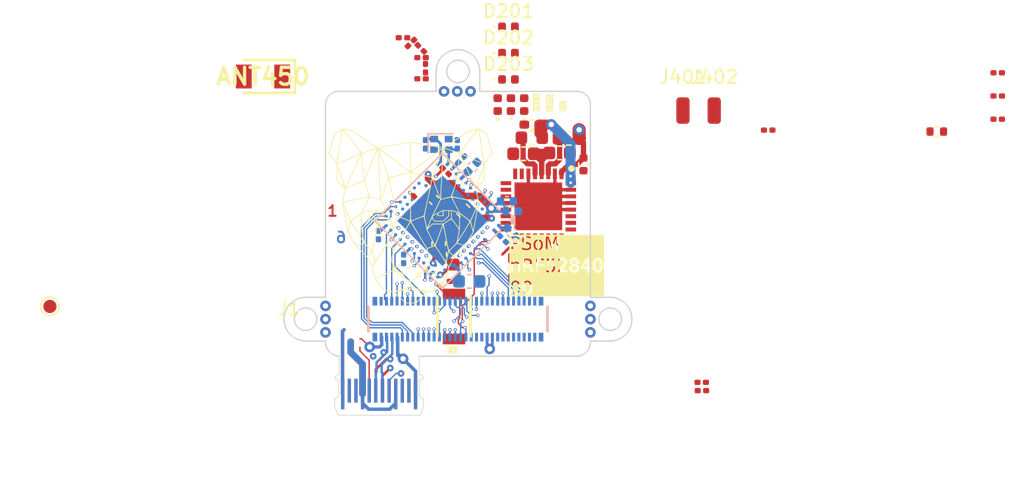
<source format=kicad_pcb>
(kicad_pcb (version 20240108) (generator "pcbnew") (generator_version "8.0")
  (layers (0 "F.Cu" signal) (1 "In1.Cu" power) (2 "In2.Cu" mixed) (3 "In3.Cu" mixed) (4 "In4.Cu" power) (31 "B.Cu" signal) (34 "B.Paste" user) (35 "F.Paste" user) (36 "B.SilkS" user "B.Silkscreen") (37 "F.SilkS" user "F.Silkscreen") (38 "B.Mask" user) (39 "F.Mask" user) (44 "Edge.Cuts" user))
  (net 0 "")
  (net 1 "GND")
  (net 2 "VBUS")
  (net 3 "+3V3")
  (net 4 "SPI6")
  (net 5 "/200_1S_Charger/BQ_PGOOD")
  (net 6 "/200_1S_Charger/LED_PG")
  (net 7 "/200_1S_Charger/BQ_CHG")
  (net 8 "/200_1S_Charger/LED_CHG")
  (net 9 "/100_Connectors/CC1")
  (net 10 "/100_Connectors/D+")
  (net 11 "/100_Connectors/D-")
  (net 12 "/100_Connectors/CC2")
  (net 13 "P21")
  (net 14 "P29")
  (net 15 "P38")
  (net 16 "IO1")
  (net 17 "SPI0")
  (net 18 "P35")
  (net 19 "SPI1")
  (net 20 "P27")
  (net 21 "SPI2")
  (net 22 "P9")
  (net 23 "P11")
  (net 24 "SPI4")
  (net 25 "P37")
  (net 26 "SPI5")
  (net 27 "P39")
  (net 28 "SPI7")
  (net 29 "P13")
  (net 30 "/100_Connectors/BATTERY_TEMP")
  (net 31 "P19")
  (net 32 "P7")
  (net 33 "P46")
  (net 35 "P23")
  (net 36 "P5")
  (net 37 "P31")
  (net 38 "P34")
  (net 39 "P52")
  (net 40 "P40")
  (net 41 "P25")
  (net 42 "P44")
  (net 43 "P32")
  (net 44 "P42")
  (net 45 "P17")
  (net 46 "P36")
  (net 47 "P30")
  (net 48 "P33")
  (net 49 "P15")
  (net 50 "/400-nRF52840/ANT_OUT")
  (net 51 "/400-nRF52840/LNA_IN")
  (net 52 "/400-nRF52840/ANT_IN")
  (net 53 "/400-nRF52840/ANT_MATCH")
  (net 54 "/400-nRF52840/NFC1")
  (net 55 "/400-nRF52840/LED_NET")
  (net 56 "/100_Connectors/VBAT")
  (net 57 "/100_Connectors/VSYS")
  (net 58 "/100_Connectors/RST")
  (net 60 "/200_1S_Charger/SW1")
  (net 63 "/200_1S_Charger/SW2")
  (net 66 "/200_1S_Charger/LED1")
  (net 67 "/200_1S_Charger/VSET1")
  (net 68 "/200_1S_Charger/SDA")
  (net 69 "/200_1S_Charger/VBUS_OUT")
  (net 71 "/200_1S_Charger/LED0")
  (net 72 "/200_1S_Charger/VSET2")
  (net 73 "/200_1S_Charger/SCL")
  (net 74 "/200_1S_Charger/SHIP")
  (net 75 "/200_1S_Charger/LED2")
  (net 77 "/400-nRF52840/NFC2")
  (net 84 "/400-nRF52840/DEC4_6")
  (net 86 "/400-nRF52840/XC2")
  (net 88 "/100_Connectors/SWDCLK")
  (net 89 "/400-nRF52840/DECUSB")
  (net 90 "/400-nRF52840/DEC2")
  (net 92 "/400-nRF52840/XC1")
  (net 93 "/400-nRF52840/DEC1")
  (net 95 "/400-nRF52840/DEC5")
  (net 97 "/400-nRF52840/DEC3")
  (net 99 "/400-nRF52840/DCC")
  (net 100 "/100_Connectors/SWDIO")
  (net 101 "/200_1S_Charger/3V3_nRF")
  (net 104 "/400-nRF52840/DCC_DEC4")
  (footprint "Capacitor_SMD:C_0201_0603Metric" (layer "F.Cu") (at 132.9 97.15 -45)
    (property "Reference" "C409" (hide yes))
    (property "Value" "820p")
  )
  (footprint "Resistor_SMD:R_0201_0603Metric" (layer "F.Cu") (at 154.405 110.97 180)
    (property "Reference" "R204" (hide yes))
    (property "Value" "470k")
  )
  (footprint "Inductor_SMD:L_0201_0603Metric" (layer "F.Cu") (at 133.55 87.25 -90)
    (property "Reference" "L401" (hide yes))
    (property "Value" "4n7")
  )
  (footprint "LED_SMD:LED_0402_1005Metric" (layer "F.Cu") (at 139.815 86.11)
    (property "Reference" "D202")
    (property "Value" "LED")
  )
  (footprint "Capacitor_SMD:C_0603_1608Metric" (layer "F.Cu") (at 141.4775 102.36 -90)
    (property "Reference" "C204" (hide yes))
    (property "Value" "10u")
  )
  (footprint "Connector_Wire:SolderWirePad_1x01_SMD_1x2mm" (layer "F.Cu") (at 152.99 90.45)
    (property "Reference" "J401")
    (property "Value" "Conn_01x01_Pin")
  )
  (footprint "Inductor_SMD:L_0201_0603Metric" (layer "F.Cu") (at 131.85 84.95)
    (property "Reference" "L451" (hide yes))
    (property "Value" "3n9")
  )
  (footprint "Capacitor_SMD:C_0603_1608Metric" (layer "F.Cu") (at 134.55 100.5 90)
    (property "Reference" "C420" (hide yes))
    (property "Value" "4u7")
  )
  (footprint "Capacitor_SMD:C_0402_1005Metric_Pad0.74x0.62mm_HandSolder" (layer "F.Cu") (at 141.5775 91.51 180)
    (property "Reference" "C208" (hide yes))
    (property "Value" "10u")
  )
  (footprint "Inductor_SMD:L_0603_1608Metric" (layer "F.Cu") (at 144.3775 92.55 180)
    (property "Reference" "L201" (hide yes))
    (property "Value" "2u2")
  )
  (footprint "Capacitor_SMD:C_0201_0603Metric" (layer "F.Cu") (at 159.425 91.925)
    (property "Reference" "C461" (hide yes))
    (property "Value" "100n")
  )
  (footprint "Capacitor_SMD:C_0201_0603Metric" (layer "F.Cu") (at 133.2 85.75 -45)
    (property "Reference" "C451" (hide yes))
    (property "Value" "1p")
  )
  (footprint "Component_lib:NPM1300-QEAA-R" (layer "F.Cu") (at 142.069566 97.679527 -90)
    (property "Reference" "U201" (hide yes))
    (property "Value" "NPM1300-QEAA-R" (hide yes))
  )
  (footprint "LED_SMD:LED_0402_1005Metric" (layer "F.Cu") (at 141 90 90)
    (property "Reference" "D201" (hide yes))
    (property "Value" "LED")
  )
  (footprint "Resistor_SMD:R_0201_0603Metric" (layer "F.Cu") (at 176.755 89.35)
    (property "Reference" "R101" (hide yes))
    (property "Value" "220k")
  )
  (footprint "Capacitor_SMD:C_0603_1608Metric" (layer "F.Cu") (at 135.65 101.3 90)
    (property "Reference" "C421" (hide yes))
    (property "Value" "4u7")
  )
  (footprint "Component_lib:ANTC3216X140N" (layer "F.Cu") (at 121.28 87.88 180)
    (property "Reference" "ANT450")
    (property "Value" "2450AT18A100E" (hide yes))
  )
  (footprint "Connector_Wire:SolderWirePad_1x01_SMD_1x2mm" (layer "F.Cu") (at 155.35 90.45)
    (property "Reference" "J402")
    (property "Value" "Conn_01x01_Pin")
  )
  (footprint "Resistor_SMD:R_0402_1005Metric" (layer "F.Cu") (at 172.155 92.035)
    (property "Reference" "R462" (hide yes))
    (property "Value" "2k")
  )
  (footprint "TestPoint:TestPoint_Pad_D1.0mm" (layer "F.Cu") (at 105.19 105.24)
    (property "Reference" "SHIPHLD1" (hide yes))
    (property "Value" "TestPoint")
  )
  (footprint "Resistor_SMD:R_0201_0603Metric" (layer "F.Cu") (at 176.755 91.1)
    (property "Reference" "R102" (hide yes))
    (property "Value" "470k")
  )
  (footprint "Capacitor_SMD:C_0402_1005Metric" (layer "F.Cu") (at 145.4775 94.51 -90)
    (property "Reference" "C207" (hide yes))
    (property "Value" "10u")
  )
  (footprint "Component_lib:usb-c-pcb" (layer "F.Cu") (at 130.05 109 180)
    (property "Reference" "J1")
    (property "Value" "Bare PCB USB C")
    (fp_line (start 3.35 -3.85) (end 3.35 -3.2) (stroke (width 0.05)) (layer "Edge.Cuts"))
    (fp_line (start 3.1 -4.45) (end 3.35 -3.85) (stroke (width 0.05)) (layer "Edge.Cuts"))
    (fp_line (start 3.04 -2.9) (end 3.04 -2) (stroke (width 0.05)) (layer "Edge.Cuts"))
    (fp_line (start 3.02 -1.38) (end 3.019999 0) (stroke (width 0.05)) (layer "Edge.Cuts"))
    (fp_line (start -3.02 -1.38) (end -3.019999 0) (stroke (width 0.05)) (layer "Edge.Cuts"))
    (fp_line (start -3.04 -2.9) (end -3.04 -2) (stroke (width 0.05)) (layer "Edge.Cuts"))
    (fp_line (start -3.11 -4.45) (end 3.1 -4.45) (stroke (width 0.05)) (layer "Edge.Cuts"))
    (fp_line (start -3.11 -4.45) (end -3.34 -3.85) (stroke (width 0.05)) (layer "Edge.Cuts"))
    (fp_line (start -3.34 -3.85) (end -3.34 -3.2) (stroke (width 0.05)) (layer "Edge.Cuts"))
    (fp_arc (start 3.34 -1.7) (mid 3.127868 -1.787868) (end 3.04 -2) (stroke (width 0.05)) (layer "Edge.Cuts"))
    (fp_arc (start 3.34 -1.7) (mid 3.246274 -1.473726) (end 3.02 -1.38) (stroke (width 0.05)) (layer "Edge.Cuts"))
    (fp_arc (start 3.04 -2.9) (mid 3.131405 -3.115717) (end 3.35 -3.2) (stroke (width 0.05)) (layer "Edge.Cuts"))
    (fp_arc (start -3.02 -1.38) (mid -3.246274 -1.473726) (end -3.34 -1.7) (stroke (width 0.05)) (layer "Edge.Cuts"))
    (fp_arc (start -3.04 -2) (mid -3.127868 -1.787868) (end -3.34 -1.7) (stroke (width 0.05)) (layer "Edge.Cuts"))
    (fp_arc (start -3.34 -3.2) (mid -3.127868 -3.112132) (end -3.04 -2.9) (stroke (width 0.05)) (layer "Edge.Cuts"))
  )
  (footprint "Capacitor_SMD:C_0402_1005Metric" (layer "F.Cu") (at 142.5775 102.01 90)
    (property "Reference" "C201" (hide yes))
    (property "Value" "1u")
  )
  (footprint "Capacitor_SMD:C_0402_1005Metric" (layer "F.Cu") (at 143.3775 102.01 -90)
    (property "Reference" "C205" (hide yes))
    (property "Value" "1u")
  )
  (footprint "Component_lib:B3U-1000P" (layer "F.Cu") (at 135.7 105.999999 90)
    (property "Reference" "SW461" (hide yes))
    (property "Value" "SW_Push" (hide yes))
  )
  (footprint "LED_SMD:LED_0402_1005Metric" (layer "F.Cu") (at 139.815 88.1)
    (property "Reference" "D203")
    (property "Value" "LED")
  )
  (footprint "Capacitor_SMD:C_0402_1005Metric" (layer "F.Cu") (at 134.2 97.2 -45)
    (property "Reference" "C410" (hide yes))
    (property "Value" "nc")
  )
  (footprint "Capacitor_SMD:C_0201_0603Metric" (layer "F.Cu") (at 133.25 88.05 180)
    (property "Reference" "C403" (hide yes))
    (property "Value" "0p8")
  )
  (footprint "Capacitor_SMD:C_0603_1608Metric" (layer "F.Cu") (at 140.26 102.36 -90)
    (property "Reference" "C206" (hide yes))
    (property "Value" "2u2")
  )
  (footprint "Component_lib:puma_logo_14mm" (layer "F.Cu") (at 132.4 98.4)
    (property "Reference" "G***" (hide yes))
    (property "Value" "LOGO" (hide yes))
  )
  (footprint "Capacitor_SMD:C_0201_0603Metric" (layer "F.Cu") (at 135.07 95.01 -45)
    (property "Reference" "C411" (hide yes))
    (property "Value" "100p")
  )
  (footprint "Inductor_SMD:L_0603_1608Metric" (layer "F.Cu") (at 141.5775 92.5 180)
    (property "Reference" "L202" (hide yes))
    (property "Value" "2u2")
  )
  (footprint "Capacitor_SMD:C_0201_0603Metric" (layer "F.Cu") (at 133.25 86.45 180)
    (property "Reference" "C404" (hide yes))
    (property "Value" "0p5")
  )
  (footprint "Capacitor_SMD:C_0603_1608Metric" (layer "F.Cu") (at 143.6775 93.65)
    (property "Reference" "C202" (hide yes))
    (property "Value" "10u")
  )
  (footprint "Inductor_SMD:L_0201_0603Metric" (layer "F.Cu") (at 132.45 85.35 -135)
    (property "Reference" "L452" (hide yes))
    (property "Value" "2n7")
  )
  (footprint "Resistor_SMD:R_0201_0603Metric" (layer "F.Cu") (at 154.420938 111.595938 180)
    (property "Reference" "R203" (hide yes))
    (property "Value" "47k")
  )
  (footprint "LED_SMD:LED_0402_1005Metric" (layer "F.Cu") (at 140 90 90)
    (property "Reference" "D202" (hide yes))
    (property "Value" "LED")
  )
  (footprint "Capacitor_SMD:C_0603_1608Metric" (layer "F.Cu") (at 140.9525 93.71 180)
    (property "Reference" "C203" (hide yes))
    (property "Value" "10u")
  )
  (footprint "Resistor_SMD:R_0201_0603Metric" (layer "F.Cu") (at 135.7 103.35)
    (property "Reference" "R461" (hide yes))
    (property "Value" "10k")
  )
  (footprint "LED_SMD:LED_0402_1005Metric" (layer "F.Cu") (at 139.815 84.12)
    (property "Reference" "D201")
    (property "Value" "LED")
  )
  (footprint "Capacitor_SMD:C_0201_0603Metric" (layer "F.Cu") (at 176.755 87.6)
    (property "Reference" "C101" (hide yes))
    (property "Value" "100n")
  )
  (footprint "Inductor_SMD:L_0603_1608Metric" (layer "F.Cu") (at 136.4 98 135)
    (property "Reference" "L402" (hide yes))
    (property "Value" "10u")
  )
  (footprint "Inductor_SMD:L_0402_1005Metric" (layer "F.Cu") (at 134.8 96.4 135)
    (property "Reference" "L403" (hide yes))
    (property "Value" "15n")
  )
  (footprint "LED_SMD:LED_0402_1005Metric" (layer "F.Cu") (at 139 90 90)
    (property "Reference" "D461" (hide yes))
    (property "Value" "LED")
  )
  (footprint "Capacitor_SMD:C_0201_0603Metric" (layer "B.Cu") (at 130 99.85 -90)
    (property "Reference" "C408" (hide yes))
    (property "Value" "100n")
  )
  (footprint "Component_lib:830108161301_1.6x1.2mm" (layer "B.Cu") (at 134.75 93 -90)
    (property "Reference" "Y401" (hide yes))
    (property "Value" "830108161301")
  )
  (footprint "Capacitor_SMD:C_0402_1005Metric" (layer "B.Cu") (at 140.1 98.05)
    (property "Reference" "C415" (hide yes))
    (property "Value" "1u")
  )
  (footprint "Capacitor_SMD:C_0402_1005Metric" (layer "B.Cu") (at 140.05 99.65 -45)
    (property "Reference" "C414" (hide yes))
    (property "Value" "1u")
  )
  (footprint "Capacitor_SMD:C_0201_0603Metric" (layer "B.Cu") (at 131.9 101.65 -90)
    (property "Reference" "C407" (hide yes))
    (property "Value" "100n")
  )
  (footprint "Capacitor_SMD:C_0402_1005Metric" (layer "B.Cu") (at 137.1 94.7 45)
    (property "Reference" "C413" (hide yes))
    (property "Value" "nc")
  )
  (footprint "Capacitor_SMD:C_0402_1005Metric" (layer "B.Cu") (at 139.7 97.3)
    (property "Reference" "C416" (hide yes))
    (property "Value" "47n")
  )
  (footprint "Component_lib:Nordic_AQFN-73-1EP_7x7mm_P0.5mm" (layer "B.Cu") (at 134.828427 98.768502 135)
    (property "Reference" "U401" (hide yes))
    (property "Value" "nRF52840-QIAA-aQFN73")
  )
  (footprint "Capacitor_SMD:C_0201_0603Metric" (layer "B.Cu") (at 139.4 100.15 -45)
    (property "Reference" "C405" (hide yes))
    (property "Value" "100n")
  )
  (footprint "Component_lib:DF40C-60DP-0.4V(51)" (layer "B.Cu") (at 136 106.2 180)
    (property "Reference" "J101" (hide yes))
    (property "Value" "DF40C-60DP-0.4V(51)" (hide yes))
  )
  (footprint "Capacitor_SMD:C_0201_0603Metric" (layer "B.Cu") (at 133.55 93 -90)
    (property "Reference" "C401" (hide yes))
    (property "Value" "12p")
  )
  (footprint "Capacitor_SMD:C_0201_0603Metric" (layer "B.Cu") (at 136.25 94.15 45)
    (property "Reference" "C412" (hide yes))
    (property "Value" "100n")
  )
  (footprint "Capacitor_SMD:C_0603_1608Metric" (layer "B.Cu") (at 136.85 103.35)
    (property "Reference" "C406" (hide yes))
    (property "Value" "4u7")
  )
  (footprint "Capacitor_SMD:C_0201_0603Metric" (layer "B.Cu") (at 135.95 93 90)
    (property "Reference" "C402" (hide yes))
    (property "Value" "12p")
  )
  (gr_line (start 145 89) (end 137.65 89) (stroke (width 0.1)) (layer "Edge.Cuts"))
  (gr_line (start 124.5 104.55) (end 126 104.55) (stroke (width 0.1)) (layer "Edge.Cuts"))
  (gr_arc (start 145 89) (mid 145.707106 89.292893) (end 146 90) (stroke (width 0.1)) (layer "Edge.Cuts"))
  (gr_arc (start 134.35 87.5) (mid 136 85.85) (end 137.65 87.5) (stroke (width 0.1)) (layer "Edge.Cuts"))
  (gr_arc (start 124.5 107.85) (mid 122.85 106.2) (end 124.5 104.55) (stroke (width 0.1)) (layer "Edge.Cuts"))
  (gr_arc (start 146 107.85) (mid 145.738173 108.632107) (end 145 109) (stroke (width 0.1)) (layer "Edge.Cuts"))
  (gr_circle (center 124.5 106.2) (end 125.35 106.2) (stroke (width 0.1)) (fill none) (layer "Edge.Cuts"))
  (gr_line (start 147.5 104.55) (end 146 104.55) (stroke (width 0.1)) (layer "Edge.Cuts"))
  (gr_line (start 134.35 89) (end 127 89) (stroke (width 0.1)) (layer "Edge.Cuts"))
  (gr_circle (center 147.5 106.2) (end 148.35 106.2) (stroke (width 0.1)) (fill none) (layer "Edge.Cuts"))
  (gr_line (start 146 90) (end 146 104.55) (stroke (width 0.1)) (layer "Edge.Cuts"))
  (gr_line (start 126 104.55) (end 126 90) (stroke (width 0.1)) (layer "Edge.Cuts"))
  (gr_line (start 134.35 87.5) (end 134.35 89) (stroke (width 0.1)) (layer "Edge.Cuts"))
  (gr_line (start 146 107.85) (end 147.5 107.85) (stroke (width 0.1)) (layer "Edge.Cuts"))
  (gr_circle (center 136 87.5) (end 136.85 87.5) (stroke (width 0.1)) (fill none) (layer "Edge.Cuts"))
  (gr_arc (start 127.026853 109) (mid 126.275244 108.637676) (end 126 107.85) (stroke (width 0.1)) (layer "Edge.Cuts"))
  (gr_line (start 145 109) (end 133.066853 109) (stroke (width 0.1)) (layer "Edge.Cuts"))
  (gr_line (start 137.65 87.5) (end 137.65 89) (stroke (width 0.1)) (layer "Edge.Cuts"))
  (gr_arc (start 126 90) (mid 126.292893 89.292894) (end 127 89) (stroke (width 0.1)) (layer "Edge.Cuts"))
  (gr_line (start 124.5 107.85) (end 126 107.85) (stroke (width 0.1)) (layer "Edge.Cuts"))
  (gr_arc (start 147.5 104.55) (mid 149.15 106.2) (end 147.5 107.85) (stroke (width 0.1)) (layer "Edge.Cuts"))
  (gr_text "1" (at 126.05 98.5 0) (layer "F.Cu") (effects (font (size 0.8 0.8) (thickness 0.15) (bold yes)) (justify left bottom)))
  (gr_text "6" (at 127.65 100.5 0) (layer "B.Cu") (effects (font (size 0.8 0.8) (thickness 0.15) (bold yes)) (justify left bottom mirror)))
  (gr_text "EN" (at 135.2 108.8 0) (layer "F.SilkS" knockout) (effects (font (size 0.4 0.4) (thickness 0.1)) (justify left bottom)))
  (gr_text "CHG" (at 143.2 90.5 90) (layer "F.SilkS" knockout) (effects (font (size 0.4 0.4) (thickness 0.1)) (justify left bottom)))
  (gr_text "IO15" (at 142.2 90.5 90) (layer "F.SilkS" knockout) (effects (font (size 0.4 0.4) (thickness 0.1)) (justify left bottom)))
  (gr_text "PSoM\nnRF52840\n00" (at 139.9 104.5 0) (layer "F.SilkS" knockout) (effects (font (size 1 1)) (justify left bottom)))
  (gr_text "PG " (at 144.2 90.5 90) (layer "F.SilkS" knockout) (effects (font (size 0.4 0.4) (thickness 0.1)) (justify left bottom)))
  (segment (start 141.319566 95.229526) (end 141.319566 96.929527) (width 0.25) (layer "F.Cu") (net 1))
  (segment (start 143.319566 96.429527) (end 142.069566 97.679527) (width 0.25) (layer "F.Cu") (net 1))
  (segment (start 142.319566 97.429527) (end 142.069566 97.679527) (width 0.25) (layer "F.Cu") (net 1))
  (segment (start 141.319566 96.929527) (end 142.069566 97.679527) (width 0.25) (layer "F.Cu") (net 1))
  (segment (start 144.519566 97.929527) (end 142.319566 97.929527) (width 0.25) (layer "F.Cu") (net 1))
  (segment (start 132.796853 111.85) (end 132.796853 110.132157) (width 0.25) (layer "F.Cu") (net 1))
  (segment (start 128.6 107.68) (end 128.716876 107.68) (width 0.1) (layer "F.Cu") (net 1))
  (segment (start 142.819566 96.929527) (end 142.069566 97.679527) (width 0.25) (layer "F.Cu") (net 1))
  (segment (start 132.796853 110.132157) (end 131.856298 109.191602) (width 0.25) (layer "F.Cu") (net 1))
  (segment (start 144.519567 96.929527) (end 142.819566 96.929527) (width 0.25) (layer "F.Cu") (net 1))
  (segment (start 144.519566 96.429527) (end 143.319566 96.429527) (width 0.25) (layer "F.Cu") (net 1))
  (segment (start 127.285 107.115) (end 127.4 107) (width 0.25) (layer "F.Cu") (net 1))
  (segment (start 143.319566 95.229527) (end 143.319566 96.429527) (width 0.25) (layer "F.Cu") (net 1))
  (segment (start 144.519566 97.429527) (end 142.319566 97.429527) (width 0.25) (layer "F.Cu") (net 1))
  (segment (start 128.716876 107.68) (end 129.336223 108.299347) (width 0.1) (layer "F.Cu") (net 1))
  (segment (start 127.285 111.838147) (end 127.285 107.115) (width 0.25) (layer "F.Cu") (net 1))
  (segment (start 127.296853 111.85) (end 127.285 111.838147) (width 0.25) (layer "F.Cu") (net 1))
  (segment (start 142.319566 97.929527) (end 142.069566 97.679527) (width 0.25) (layer "F.Cu") (net 1))
  (via (at 146 107.2) (size 0.8) (drill 0.4) (layers "F.Cu" "B.Cu") (net 1))
  (via (at 146 105.2) (size 0.8) (drill 0.4) (layers "F.Cu" "B.Cu") (net 1))
  (via (at 134.95 89) (size 0.8) (drill 0.4) (layers "F.Cu" "B.Cu") (net 1))
  (via (at 131.856298 109.191602) (size 0.8) (drill 0.4) (layers "F.Cu" "B.Cu") (net 1))
  (via (at 146 106.2) (size 0.8) (drill 0.4) (layers "F.Cu" "B.Cu") (net 1))
  (via (at 126 105.2) (size 0.8) (drill 0.4) (layers "F.Cu" "B.Cu") (net 1))
  (via (at 126 106.200001) (size 0.8) (drill 0.4) (layers "F.Cu" "B.Cu") (net 1))
  (via (at 129.336223 108.299347) (size 0.8) (drill 0.4) (layers "F.Cu" "B.Cu") (net 1))
  (via (at 126 107.2) (size 0.8) (drill 0.4) (layers "F.Cu" "B.Cu") (net 1))
  (via (at 136.95 89) (size 0.8) (drill 0.4) (layers "F.Cu" "B.Cu") (net 1))
  (via (at 135.95 89) (size 0.8) (drill 0.4) (layers "F.Cu" "B.Cu") (net 1))
  (segment (start 131.446853 107.555) (end 131.446853 108.782157) (width 0.25) (layer "B.Cu") (net 1))
  (segment (start 132.796853 110.132157) (end 131.856298 109.191602) (width 0.25) (layer "B.Cu") (net 1))
  (segment (start 130.246853 107.555) (end 130.246853 108.135) (width 0.25) (layer "B.Cu") (net 1))
  (segment (start 131.446853 107.555) (end 131.446853 108.931139) (width 0.25) (layer "B.Cu") (net 1))
  (segment (start 127.285 107.115) (end 127.4 107) (width 0.25) (layer "B.Cu") (net 1))
  (segment (start 130.246853 108.135) (end 130.082506 108.299347) (width 0.25) (layer "B.Cu") (net 1))
  (segment (start 130.082506 108.299347) (end 129.336223 108.299347) (width 0.25) (layer "B.Cu") (net 1))
  (segment (start 127.296853 111.85) (end 127.285 111.838147) (width 0.25) (layer "B.Cu") (net 1))
  (segment (start 131.446853 108.931139) (end 131.76787 109.252156) (width 0.25) (layer "B.Cu") (net 1))
  (segment (start 132.796853 111.85) (end 132.796853 110.132157) (width 0.25) (layer "B.Cu") (net 1))
  (segment (start 130.246853 108.135) (end 130.231592 108.150261) (width 0.25) (layer "B.Cu") (net 1))
  (segment (start 131.446853 108.782157) (end 131.856298 109.191602) (width 0.25) (layer "B.Cu") (net 1))
  (segment (start 127.285 111.838147) (end 127.285 107.115) (width 0.25) (layer "B.Cu") (net 1))
  (segment (start 128.796853 111.85) (end 128.796853 109.596853) (width 0.5) (layer "F.Cu") (net 2))
  (segment (start 142.319566 100.129527) (end 142.319566 101.272066) (width 0.4) (layer "F.Cu") (net 2))
  (segment (start 128.796853 112.505) (end 129.291853 113) (width 0.2) (layer "F.Cu") (net 2))
  (segment (start 131.296853 112.505) (end 131.296853 111.85) (width 0.2) (layer "F.Cu") (net 2))
  (segment (start 129.291853 113) (end 130.801853 113) (width 0.2) (layer "F.Cu") (net 2))
  (segment (start 127.9 108.7) (end 127.9 107.9) (width 0.5) (layer "F.Cu") (net 2))
  (segment (start 142.319566 101.272066) (end 142.5775 101.53) (width 0.4) (layer "F.Cu") (net 2))
  (segment (start 128.796853 111.85) (end 128.796853 112.505) (width 0.2) (layer "F.Cu") (net 2))
  (segment (start 128.796853 109.596853) (end 127.9 108.7) (width 0.5) (layer "F.Cu") (net 2))
  (segment (start 130.801853 113) (end 131.296853 112.505) (width 0.2) (layer "F.Cu") (net 2))
  (segment (start 131.296853 112.555) (end 130.851853 113) (width 0.25) (layer "B.Cu") (net 2))
  (segment (start 128.796853 112.555) (end 128.796853 111.85) (width 0.25) (layer "B.Cu") (net 2))
  (segment (start 127.9 108.7) (end 127.9 107.9) (width 0.5) (layer "B.Cu") (net 2))
  (segment (start 130.851853 113) (end 129.241853 113) (width 0.25) (layer "B.Cu") (net 2))
  (segment (start 129.241853 113) (end 128.796853 112.555) (width 0.25) (layer "B.Cu") (net 2))
  (segment (start 128.796853 111.85) (end 128.796853 109.596853) (width 0.5) (layer "B.Cu") (net 2))
  (segment (start 128.796853 109.596853) (end 127.9 108.7) (width 0.5) (layer "B.Cu") (net 2))
  (segment (start 131.296853 111.85) (end 131.296853 112.555) (width 0.25) (layer "B.Cu") (net 2))
  (segment (start 145.4775 94.03) (end 145.4775 92.862499) (width 0.4) (layer "F.Cu") (net 3))
  (segment (start 145.0075 94.5) (end 145.4775 94.03) (width 0.4) (layer "F.Cu") (net 3))
  (segment (start 143.819565 95.080435) (end 144.4 94.5) (width 0.4) (layer "F.Cu") (net 3))
  (segment (start 144.4 94.5) (end 145.0075 94.5) (width 0.4) (layer "F.Cu") (net 3))
  (segment (start 145.51 93.997499) (end 145.4775 94.029999) (width 0.4) (layer "F.Cu") (net 3))
  (segment (start 145.4775 92.862499) (end 145.165001 92.55) (width 0.4) (layer "F.Cu") (net 3))
  (segment (start 143.819565 95.229527) (end 143.819565 95.080435) (width 0.4) (layer "F.Cu") (net 3))
  (segment (start 145.15 92.534999) (end 145.165001 92.55) (width 1) (layer "F.Cu") (net 3))
  (segment (start 145.15 91.9) (end 145.15 92.534999) (width 1) (layer "F.Cu") (net 3))
  (via (at 138.4 108.45) (size 0.8) (drill 0.4) (layers "F.Cu" "B.Cu") (net 3))
  (via (at 145.15 91.9) (size 0.8) (drill 0.4) (layers "F.Cu" "B.Cu") (net 3))
  (segment (start 138.2 108.25) (end 138.4 108.45) (width 0.2) (layer "B.Cu") (net 3))
  (segment (start 138.6 108.25) (end 138.4 108.45) (width 0.2) (layer "B.Cu") (net 3))
  (segment (start 138.2 107.555) (end 138.2 108.25) (width 0.2) (layer "B.Cu") (net 3))
  (segment (start 138.6 107.555) (end 138.6 108.25) (width 0.2) (layer "B.Cu") (net 3))
  (segment (start 129.296853 111.6) (end 129.296853 109.296853) (width 0.1) (layer "F.Cu") (net 9))
  (segment (start 129.296853 109.296853) (end 128.6 108.6) (width 0.1) (layer "F.Cu") (net 9))
  (segment (start 143.319566 100.129527) (end 143.319566 100.379527) (width 0.1) (layer "F.Cu") (net 9))
  (segment (start 143.650039 100.71) (end 144.2775 100.71) (width 0.1) (layer "F.Cu") (net 9))
  (segment (start 128.6 108.6) (end 128.6 108.32) (width 0.1) (layer "F.Cu") (net 9))
  (segment (start 143.319566 100.379527) (end 143.650039 100.71) (width 0.1) (layer "F.Cu") (net 9))
  (segment (start 129.796853 110.003147) (end 129.796853 111.6) (width 0.182) (layer "F.Cu") (net 10))
  (segment (start 130.591451 109.208549) (end 129.796853 110.003147) (width 0.182) (layer "F.Cu") (net 10))
  (segment (start 130.888549 109.208549) (end 130.591451 109.208549) (width 0.182) (layer "F.Cu") (net 10))
  (via (at 130.888549 109.208549) (size 0.5) (drill 0.2) (layers "F.Cu" "B.Cu") (net 10))
  (via (at 133.493319 103.239639) (size 0.25) (drill 0.15) (layers "F.Cu" "B.Cu") (net 10))
  (segment (start 130.239353 110.192499) (end 130.239353 109.632884) (width 0.182) (layer "B.Cu") (net 10))
  (segment (start 131.046853 108.050001) (end 131.039353 108.057501) (width 0.182) (layer "B.Cu") (net 10))
  (segment (start 133.767767 102.385352) (end 133.527318 102.625801) (width 0.182) (layer "B.Cu") (net 10))
  (segment (start 133.767767 102.304036) (end 133.767767 102.385352) (width 0.182) (layer "B.Cu") (net 10))
  (segment (start 131.046853 107.555) (end 131.046853 108.050001) (width 0.182) (layer "B.Cu") (net 10))
  (segment (start 130.296853 110.249999) (end 130.239353 110.192499) (width 0.182) (layer "B.Cu") (net 10))
  (segment (start 130.296853 111.6) (end 130.296853 110.249999) (width 0.182) (layer "B.Cu") (net 10))
  (segment (start 130.663688 109.208549) (end 130.888549 109.208549) (width 0.182) (layer "B.Cu") (net 10))
  (segment (start 130.239353 109.632884) (end 130.663688 109.208549) (width 0.182) (layer "B.Cu") (net 10))
  (segment (start 133.527318 102.625801) (end 133.527318 103.20564) (width 0.182) (layer "B.Cu") (net 10))
  (segment (start 133.527318 103.20564) (end 133.493319 103.239639) (width 0.182) (layer "B.Cu") (net 10))
  (segment (start 131.039353 108.832884) (end 130.888549 108.983688) (width 0.182) (layer "B.Cu") (net 10))
  (segment (start 130.888549 108.983688) (end 130.888549 109.208549) (width 0.182) (layer "B.Cu") (net 10))
  (segment (start 131.039353 108.057501) (end 131.039353 108.832884) (width 0.182) (layer "B.Cu") (net 10))
  (segment (start 130.89 109.89) (end 130.296853 110.483147) (width 0.182) (layer "F.Cu") (net 11))
  (segment (start 130.296853 110.483147) (end 130.296853 111.6) (width 0.182) (layer "F.Cu") (net 11))
  (via (at 130.89 109.89) (size 0.5) (drill 0.2) (layers "F.Cu" "B.Cu") (net 11))
  (via (at 130.391451 108.711451) (size 0.5) (drill 0.2) (layers "F.Cu" "B.Cu") (net 11))
  (via (at 133.946319 103.239639) (size 0.25) (drill 0.15) (layers "F.Cu" "B.Cu") (net 11))
  (segment (start 130.391451 108.936312) (end 130.391451 108.711451) (width 0.182) (layer "B.Cu") (net 11))
  (segment (start 130.654353 108.057501) (end 130.654353 108.67341) (width 0.182) (layer "B.Cu") (net 11))
  (segment (start 134.12132 102.657589) (end 134.040004 102.657589) (width 0.182) (layer "B.Cu") (net 11))
  (segment (start 133.91232 102.785273) (end 133.91232 103.20564) (width 0.182) (layer "B.Cu") (net 11))
  (segment (start 129.796853 111.6) (end 129.796853 110.249999) (width 0.182) (layer "B.Cu") (net 11))
  (segment (start 134.040004 102.657589) (end 133.91232 102.785273) (width 0.182) (layer "B.Cu") (net 11))
  (segment (start 130.616312 108.711451) (end 130.391451 108.711451) (width 0.182) (layer "B.Cu") (net 11))
  (segment (start 129.854353 109.47341) (end 130.391451 108.936312) (width 0.182) (layer "B.Cu") (net 11))
  (segment (start 130.646853 107.555) (end 130.646853 108.050001) (width 0.182) (layer "B.Cu") (net 11))
  (segment (start 129.854353 110.192499) (end 129.854353 109.47341) (width 0.182) (layer "B.Cu") (net 11))
  (segment (start 130.654353 108.67341) (end 130.616312 108.711451) (width 0.182) (layer "B.Cu") (net 11))
  (segment (start 133.91232 103.20564) (end 133.946319 103.239639) (width 0.182) (layer "B.Cu") (net 11))
  (segment (start 129.796853 110.249999) (end 129.854353 110.192499) (width 0.182) (layer "B.Cu") (net 11))
  (segment (start 130.646853 108.050001) (end 130.654353 108.057501) (width 0.182) (layer "B.Cu") (net 11))
  (segment (start 143.819565 100.129527) (end 143.819565 100.262065) (width 0.1) (layer "F.Cu") (net 12))
  (segment (start 144.0675 100.51) (end 144.0775 100.51) (width 0.1) (layer "F.Cu") (net 12))
  (segment (start 143.819565 100.262065) (end 144.0675 100.51) (width 0.1) (layer "F.Cu") (net 12))
  (segment (start 144.0775 100.51) (end 144.2775 100.51) (width 0.1) (layer "F.Cu") (net 12))
  (via (at 129.6 109) (size 0.5) (drill 0.2) (layers "F.Cu" "B.Cu") (net 12))
  (via (at 131.7 110.3) (size 0.5) (drill 0.2) (layers "F.Cu" "B.Cu") (net 12))
  (segment (start 130.796853 110.825) (end 131.321853 110.3) (width 0.1) (layer "B.Cu") (net 12))
  (segment (start 130.796853 111.6) (end 130.796853 110.825) (width 0.1) (layer "B.Cu") (net 12))
  (segment (start 131.321853 110.3) (end 131.7 110.3) (width 0.1) (layer "B.Cu") (net 12))
  (via (at 137.178427 100.317767) (size 0.25) (drill 0.15) (layers "F.Cu" "B.Cu") (net 13))
  (via (at 137.8 104.25) (size 0.25) (drill 0.15) (layers "F.Cu" "B.Cu") (net 13))
  (segment (start 137.126524 100.358757) (end 137.137437 100.358757) (width 0.09) (layer "B.Cu") (net 13))
  (segment (start 137.137437 100.358757) (end 137.178427 100.317767) (width 0.09) (layer "B.Cu") (net 13))
  (segment (start 137.8 104.845) (end 137.8 104.25) (width 0.1) (layer "B.Cu") (net 13))
  (via (at 136.821114 95.692227) (size 0.25) (drill 0.15) (layers "F.Cu" "B.Cu") (net 14))
  (via (at 136.66 106.04) (size 0.25) (drill 0.15) (layers "F.Cu" "B.Cu") (net 14))
  (segment (start 136.66 106.04) (end 136.485 105.865) (width 0.1) (layer "B.Cu") (net 14))
  (segment (start 136.485 105.865) (end 136.485 105.39) (width 0.1) (layer "B.Cu") (net 14))
  (segment (start 136.2 105.105) (end 136.2 104.845) (width 0.1) (layer "B.Cu") (net 14))
  (segment (start 136.596194 95.917147) (end 136.821114 95.692227) (width 0.1) (layer "B.Cu") (net 14))
  (segment (start 136.485 105.39) (end 136.2 105.105) (width 0.1) (layer "B.Cu") (net 14))
  (segment (start 136.596194 95.940075) (end 136.596194 95.917147) (width 0.1) (layer "B.Cu") (net 14))
  (via (at 133.278427 101.067767) (size 0.25) (drill 0.15) (layers "F.Cu" "B.Cu") (net 15))
  (via (at 134.6 106.400002) (size 0.25) (drill 0.15) (layers "F.Cu" "B.Cu") (net 15))
  (segment (start 133.237437 101.065864) (end 133.276524 101.065864) (width 0.09) (layer "B.Cu") (net 15))
  (segment (start 133.276524 101.065864) (end 133.278427 101.067767) (width 0.09) (layer "B.Cu") (net 15))
  (segment (start 134.6 107.555) (end 134.6 106.400002) (width 0.1) (layer "B.Cu") (net 15))
  (segment (start 130.455 104.375) (end 130.455 104.7) (width 0.1) (layer "B.Cu") (net 17))
  (segment (start 130.6 99.814949) (end 130.6 104.23) (width 0.1) (layer "B.Cu") (net 17))
  (segment (start 130.455 104.7) (end 130.6 104.845) (width 0.1) (layer "B.Cu") (net 17))
  (segment (start 130.93934 99.475609) (end 130.6 99.814949) (width 0.1) (layer "B.Cu") (net 17))
  (segment (start 130.6 104.23) (end 130.455 104.375) (width 0.1) (layer "B.Cu") (net 17))
  (via (at 134.56 105.52) (size 0.25) (drill 0.15) (layers "F.Cu" "B.Cu") (net 18))
  (via (at 136.41 102.202873) (size 0.25) (drill 0.15) (layers "F.Cu" "B.Cu") (net 18))
  (segment (start 136.41 102.117842) (end 136.242641 101.950483) (width 0.1) (layer "B.Cu") (net 18))
  (segment (start 134.65 105.52) (end 135 105.17) (width 0.1) (layer "B.Cu") (net 18))
  (segment (start 134.56 105.52) (end 134.65 105.52) (width 0.1) (layer "B.Cu") (net 18))
  (segment (start 135 105.17) (end 135 104.845) (width 0.1) (layer "B.Cu") (net 18))
  (segment (start 136.41 102.202873) (end 136.41 102.117842) (width 0.1) (layer "B.Cu") (net 18))
  (segment (start 131 104.845) (end 131 100.829162) (width 0.1) (layer "B.Cu") (net 19))
  (segment (start 131 100.829162) (end 131.646446 100.182716) (width 0.1) (layer "B.Cu") (net 19))
  (via (at 137.5 105.92) (size 0.25) (drill 0.15) (layers "F.Cu" "B.Cu") (net 20))
  (via (at 138.52 96.67) (size 0.25) (drill 0.15) (layers "F.Cu" "B.Cu") (net 20))
  (segment (start 136.675 105.58462) (end 136.675 104.92) (width 0.1) (layer "B.Cu") (net 20))
  (segment (start 137.01038 105.92) (end 136.675 105.58462) (width 0.1) (layer "B.Cu") (net 20))
  (segment (start 138.52 96.844696) (end 138.010408 97.354288) (width 0.1) (layer "B.Cu") (net 20))
  (segment (start 138.52 96.67) (end 138.52 96.844696) (width 0.1) (layer "B.Cu") (net 20))
  (segment (start 137.5 105.92) (end 137.01038 105.92) (width 0.1) (layer "B.Cu") (net 20))
  (segment (start 136.675 104.92) (end 136.6 104.845) (width 0.1) (layer "B.Cu") (net 20))
  (via (at 132.578427 100.367767) (size 0.25) (drill 0.15) (layers "F.Cu" "B.Cu") (net 21))
  (via (at 131.4 103.55) (size 0.25) (drill 0.15) (layers "F.Cu" "B.Cu") (net 21))
  (segment (start 132.569417 100.358757) (end 132.578427 100.367767) (width 0.09) (layer "B.Cu") (net 21))
  (segment (start 131.4 104.845) (end 131.4 103.55) (width 0.1) (layer "B.Cu") (net 21))
  (segment (start 132.53033 100.358757) (end 132.569417 100.358757) (width 0.09) (layer "B.Cu") (net 21))
  (segment (start 137.033756 101.243376) (end 137.41538 101.625) (width 0.1) (layer "B.Cu") (net 22))
  (segment (start 140.2 103.98066) (end 140.2 104.845) (width 0.1) (layer "B.Cu") (net 22))
  (segment (start 136.949747 101.243376) (end 137.033756 101.243376) (width 0.1) (layer "B.Cu") (net 22))
  (segment (start 137.41538 101.625) (end 137.84434 101.625) (width 0.1) (layer "B.Cu") (net 22))
  (segment (start 137.84434 101.625) (end 140.2 103.98066) (width 0.1) (layer "B.Cu") (net 22))
  (via (at 137.55 101.95) (size 0.25) (drill 0.15) (layers "F.Cu" "B.Cu") (net 23))
  (via (at 136.478427 101.017767) (size 0.25) (drill 0.15) (layers "F.Cu" "B.Cu") (net 23))
  (segment (start 139.8 103.84936) (end 139.8 104.845) (width 0.1) (layer "B.Cu") (net 23))
  (segment (start 137.55 101.95) (end 137.90064 101.95) (width 0.1) (layer "B.Cu") (net 23))
  (segment (start 136.43033 101.065864) (end 136.478427 101.017767) (width 0.09) (layer "B.Cu") (net 23))
  (segment (start 136.419417 101.065864) (end 136.43033 101.065864) (width 0.09) (layer "B.Cu") (net 23))
  (segment (start 137.90064 101.95) (end 139.8 103.84936) (width 0.1) (layer "B.Cu") (net 23))
  (via (at 131.878427 99.667767) (size 0.25) (drill 0.15) (layers "F.Cu" "B.Cu") (net 24))
  (via (at 132.2 104.3) (size 0.25) (drill 0.15) (layers "F.Cu" "B.Cu") (net 24))
  (segment (start 131.823223 99.65165) (end 131.86231 99.65165) (width 0.09) (layer "B.Cu") (net 24))
  (segment (start 132.2 104.845) (end 132.2 104.3) (width 0.1) (layer "B.Cu") (net 24))
  (segment (start 131.86231 99.65165) (end 131.878427 99.667767) (width 0.09) (layer "B.Cu") (net 24))
  (via (at 136.128427 101.367767) (size 0.25) (drill 0.15) (layers "F.Cu" "B.Cu") (net 25))
  (via (at 134.42 104.13) (size 0.25) (drill 0.15) (layers "F.Cu" "B.Cu") (net 25))
  (segment (start 136.076777 101.419417) (end 136.128427 101.367767) (width 0.09) (layer "B.Cu") (net 25))
  (segment (start 134.6 104.52) (end 134.6 104.845) (width 0.1) (layer "B.Cu") (net 25))
  (segment (start 134.455 104.165) (end 134.455 104.375) (width 0.1) (layer "B.Cu") (net 25))
  (segment (start 136.065864 101.419417) (end 136.076777 101.419417) (width 0.09) (layer "B.Cu") (net 25))
  (segment (start 134.42 104.13) (end 134.455 104.165) (width 0.1) (layer "B.Cu") (net 25))
  (segment (start 134.455 104.375) (end 134.6 104.52) (width 0.1) (layer "B.Cu") (net 25))
  (via (at 132.35 103.9) (size 0.25) (drill 0.15) (layers "F.Cu" "B.Cu") (net 26))
  (via (at 132.228427 100.017767) (size 0.25) (drill 0.15) (layers "F.Cu" "B.Cu") (net 26))
  (segment (start 132.215864 100.005204) (end 132.228427 100.017767) (width 0.09) (layer "B.Cu") (net 26))
  (segment (start 132.6 104.15) (end 132.35 103.9) (width 0.1) (layer "B.Cu") (net 26))
  (segment (start 132.6 104.845) (end 132.6 104.15) (width 0.1) (layer "B.Cu") (net 26))
  (segment (start 132.176777 100.005204) (end 132.215864 100.005204) (width 0.09) (layer "B.Cu") (net 26))
  (via (at 134.2 105.7) (size 0.25) (drill 0.15) (layers "F.Cu" "B.Cu") (net 27))
  (via (at 136.87 102.47) (size 0.25) (drill 0.15) (layers "F.Cu" "B.Cu") (net 27))
  (segment (start 136.87 102.47) (end 136.735 102.335) (width 0.1) (layer "B.Cu") (net 27))
  (segment (start 136.735 101.735735) (end 136.596194 101.596929) (width 0.1) (layer "B.Cu") (net 27))
  (segment (start 136.735 102.335) (end 136.735 101.735735) (width 0.1) (layer "B.Cu") (net 27))
  (segment (start 134.2 105.7) (end 134.2 104.845) (width 0.1) (layer "B.Cu") (net 27))
  (segment (start 131.25 102.2) (end 133.4 104.35) (width 0.1) (layer "B.Cu") (net 28))
  (segment (start 133.4 104.35) (end 133.4 104.845) (width 0.1) (layer "B.Cu") (net 28))
  (segment (start 132 100.536269) (end 131.25 101.286269) (width 0.1) (layer "B.Cu") (net 28))
  (segment (start 131.25 101.286269) (end 131.25 102.2) (width 0.1) (layer "B.Cu") (net 28))
  (via (at 138.228427 99.267767) (size 0.25) (drill 0.15) (layers "F.Cu" "B.Cu") (net 29))
  (via (at 139.4 104.25) (size 0.25) (drill 0.15) (layers "F.Cu" "B.Cu") (net 29))
  (segment (start 138.198097 99.298097) (end 138.228427 99.267767) (width 0.09) (layer "B.Cu") (net 29))
  (segment (start 138.187184 99.298097) (end 138.198097 99.298097) (width 0.09) (layer "B.Cu") (net 29))
  (segment (start 139.4 104.845) (end 139.4 104.25) (width 0.1) (layer "B.Cu") (net 29))
  (segment (start 140.819566 100.129527) (end 140.819566 100.481835) (width 0.2) (layer "F.Cu") (net 30))
  (segment (start 140.819566 100.129527) (end 140.819566 100.379527) (width 0.1) (layer "F.Cu") (net 30))
  (segment (start 140.491401 100.81) (end 139.96 100.81) (width 0.2) (layer "F.Cu") (net 30))
  (segment (start 139.86 100.81) (end 139.36 101.31) (width 0.2) (layer "F.Cu") (net 30))
  (segment (start 139.96 100.81) (end 139.86 100.81) (width 0.2) (layer "F.Cu") (net 30))
  (segment (start 140.819566 100.481835) (end 140.491401 100.81) (width 0.2) (layer "F.Cu") (net 30))
  (via (at 138.25 100.9) (size 0.25) (drill 0.15) (layers "F.Cu" "B.Cu") (net 31))
  (via (at 138.35 102.95) (size 0.25) (drill 0.15) (layers "F.Cu" "B.Cu") (net 31))
  (segment (start 137.886269 100.536269) (end 138.25 100.9) (width 0.1) (layer "B.Cu") (net 31))
  (segment (start 138.35 103.622424) (end 138.2 103.772424) (width 0.1) (layer "B.Cu") (net 31))
  (segment (start 138.2 103.772424) (end 138.2 104.845) (width 0.1) (layer "B.Cu") (net 31))
  (segment (start 138.35 102.95) (end 138.35 103.622424) (width 0.1) (layer "B.Cu") (net 31))
  (segment (start 137.656854 100.536269) (end 137.886269 100.536269) (width 0.1) (layer "B.Cu") (net 31))
  (via (at 137.55 101.3) (size 0.25) (drill 0.15) (layers "F.Cu" "B.Cu") (net 32))
  (via (at 136.828427 100.667767) (size 0.25) (drill 0.15) (layers "F.Cu" "B.Cu") (net 32))
  (segment (start 137.55 101.3) (end 137.78804 101.3) (width 0.1) (layer "B.Cu") (net 32))
  (segment (start 136.783883 100.712311) (end 136.828427 100.667767) (width 0.09) (layer "B.Cu") (net 32))
  (segment (start 140.6 104.11196) (end 140.6 104.845) (width 0.1) (layer "B.Cu") (net 32))
  (segment (start 137.78804 101.3) (end 140.6 104.11196) (width 0.1) (layer "B.Cu") (net 32))
  (segment (start 136.772971 100.712311) (end 136.783883 100.712311) (width 0.09) (layer "B.Cu") (net 32))
  (via (at 131.428427 98.267767) (size 0.25) (drill 0.15) (layers "F.Cu" "B.Cu") (net 33))
  (via (at 132.999994 106.95) (size 0.25) (drill 0.15) (layers "F.Cu" "B.Cu") (net 33))
  (segment (start 131.458757 98.237437) (end 131.428427 98.267767) (width 0.09) (layer "B.Cu") (net 33))
  (segment (start 133 107.555) (end 133 106.950006) (width 0.1) (layer "B.Cu") (net 33))
  (segment (start 133 106.950006) (end 132.999994 106.95) (width 0.1) (layer "B.Cu") (net 33))
  (segment (start 131.46967 98.237437) (end 131.458757 98.237437) (width 0.09) (layer "B.Cu") (net 33))
  (via (at 136.1 95.05) (size 0.25) (drill 0.15) (layers "F.Cu" "B.Cu") (net 35))
  (via (at 137.4 105.45) (size 0.25) (drill 0.15) (layers "F.Cu" "B.Cu") (net 35))
  (segment (start 135.917032 95.232968) (end 136.1 95.05) (width 0.1) (layer "B.Cu") (net 35))
  (segment (start 137.4 104.845) (end 137.4 105.45) (width 0.1) (layer "B.Cu") (net 35))
  (segment (start 135.889087 95.232968) (end 135.917032 95.232968) (width 0.1) (layer "B.Cu") (net 35))
  (segment (start 137.646562 100.889822) (end 141 104.24326) (width 0.1) (layer "B.Cu") (net 36))
  (segment (start 141 104.24326) (end 141 104.845) (width 0.1) (layer "B.Cu") (net 36))
  (segment (start 137.303301 100.889822) (end 137.646562 100.889822) (width 0.1) (layer "B.Cu") (net 36))
  (via (at 131 97.35) (size 0.25) (drill 0.15) (layers "F.Cu" "B.Cu") (net 37))
  (via (at 135.7 106.35) (size 0.25) (drill 0.15) (layers "F.Cu" "B.Cu") (net 37))
  (segment (start 135.8 105.17) (end 135.8 104.845) (width 0.1) (layer "B.Cu") (net 37))
  (segment (start 131.004288 97.354288) (end 131 97.35) (width 0.1) (layer "B.Cu") (net 37))
  (segment (start 135.945 105.315) (end 135.8 105.17) (width 0.1) (layer "B.Cu") (net 37))
  (segment (start 131.646446 97.354288) (end 131.004288 97.354288) (width 0.1) (layer "B.Cu") (net 37))
  (segment (start 136.18 105.87) (end 136.18 105.42) (width 0.1) (layer "B.Cu") (net 37))
  (segment (start 136.18 105.42) (end 136.075 105.315) (width 0.1) (layer "B.Cu") (net 37))
  (segment (start 136.075 105.315) (end 135.945 105.315) (width 0.1) (layer "B.Cu") (net 37))
  (segment (start 135.7 106.35) (end 136.18 105.87) (width 0.1) (layer "B.Cu") (net 37))
  (via (at 135.4 107) (size 0.25) (drill 0.15) (layers "F.Cu" "B.Cu") (net 38))
  (via (at 133.628427 101.417767) (size 0.25) (drill 0.15) (layers "F.Cu" "B.Cu") (net 38))
  (segment (start 133.626777 101.419417) (end 133.628427 101.417767) (width 0.09) (layer "B.Cu") (net 38))
  (segment (start 133.59099 101.419417) (end 133.626777 101.419417) (width 0.09) (layer "B.Cu") (net 38))
  (segment (start 135.4 107.555) (end 135.4 107) (width 0.1) (layer "B.Cu") (net 38))
  (segment (start 131.8 106.99685) (end 131.8 107.555) (width 0.1) (layer "B.Cu") (net 39))
  (segment (start 129.381299 106.85) (end 131.65315 106.85) (width 0.1) (layer "B.Cu") (net 39))
  (segment (start 131.292893 97.707842) (end 131.285051 97.7) (width 0.1) (layer "B.Cu") (net 39))
  (segment (start 129.73765 98.224949) (end 128.72 99.242599) (width 0.1) (layer "B.Cu") (net 39))
  (segment (start 131.285051 97.7) (end 130.925968 97.7) (width 0.1) (layer "B.Cu") (net 39))
  (segment (start 128.72 106.188701) (end 129.381299 106.85) (width 0.1) (layer "B.Cu") (net 39))
  (segment (start 131.65315 106.85) (end 131.8 106.99685) (width 0.1) (layer "B.Cu") (net 39))
  (segment (start 128.72 99.242599) (end 128.72 106.188701) (width 0.1) (layer "B.Cu") (net 39))
  (segment (start 130.401019 98.224949) (end 129.73765 98.224949) (width 0.1) (layer "B.Cu") (net 39))
  (segment (start 130.925968 97.7) (end 130.401019 98.224949) (width 0.1) (layer "B.Cu") (net 39))
  (via (at 132.55 101.8) (size 0.25) (drill 0.15) (layers "F.Cu" "B.Cu") (net 40))
  (via (at 134.2 106.95) (size 0.25) (drill 0.15) (layers "F.Cu" "B.Cu") (net 40))
  (segment (start 132.707107 101.642893) (end 132.55 101.8) (width 0.1) (layer "B.Cu") (net 40))
  (segment (start 132.707107 101.243376) (end 132.707107 101.642893) (width 0.1) (layer "B.Cu") (net 40))
  (segment (start 134.2 107.555) (end 134.2 106.95) (width 0.1) (layer "B.Cu") (net 40))
  (via (at 137 105.45) (size 0.25) (drill 0.15) (layers "F.Cu" "B.Cu") (net 41))
  (via (at 138.05 96.48) (size 0.25) (drill 0.15) (layers "F.Cu" "B.Cu") (net 41))
  (segment (start 138.05 96.48) (end 138.05 96.607589) (width 0.1) (layer "B.Cu") (net 41))
  (segment (start 138.05 96.607589) (end 137.656854 97.000735) (width 0.1) (layer "B.Cu") (net 41))
  (segment (start 137 104.845) (end 137 105.45) (width 0.1) (layer "B.Cu") (net 41))
  (via (at 131.528427 99.317767) (size 0.25) (drill 0.15) (layers "F.Cu" "B.Cu") (net 42))
  (via (at 133.399997 106.95) (size 0.25) (drill 0.15) (layers "F.Cu" "B.Cu") (net 42))
  (segment (start 131.508757 99.298097) (end 131.528427 99.317767) (width 0.09) (layer "B.Cu") (net 42))
  (segment (start 133.4 106.950003) (end 133.399997 106.95) (width 0.1) (layer "B.Cu") (net 42))
  (segment (start 133.4 107.555) (end 133.4 106.950003) (width 0.1) (layer "B.Cu") (net 42))
  (segment (start 131.46967 99.298097) (end 131.508757 99.298097) (width 0.09) (layer "B.Cu") (net 42))
  (via (at 137.528427 99.967767) (size 0.25) (drill 0.15) (layers "F.Cu" "B.Cu") (net 43))
  (via (at 135.8 107) (size 0.25) (drill 0.15) (layers "F.Cu" "B.Cu") (net 43))
  (segment (start 137.480077 100.005204) (end 137.49099 100.005204) (width 0.09) (layer "B.Cu") (net 43))
  (segment (start 137.49099 100.005204) (end 137.528427 99.967767) (width 0.09) (layer "B.Cu") (net 43))
  (segment (start 135.8 107.555) (end 135.8 107) (width 0.1) (layer "B.Cu") (net 43))
  (via (at 133.8 106.95) (size 0.25) (drill 0.15) (layers "F.Cu" "B.Cu") (net 44))
  (via (at 130.96 100.21) (size 0.25) (drill 0.15) (layers "F.Cu" "B.Cu") (net 44))
  (segment (start 131.292893 99.829162) (end 131.292893 99.877107) (width 0.1) (layer "B.Cu") (net 44))
  (segment (start 131.292893 99.829162) (end 131.220838 99.829162) (width 0.1) (layer "B.Cu") (net 44))
  (segment (start 133.8 107.555) (end 133.8 106.95) (width 0.1) (layer "B.Cu") (net 44))
  (segment (start 131.292893 99.877107) (end 130.96 100.21) (width 0.1) (layer "B.Cu") (net 44))
  (via (at 137.478427 97.517767) (size 0.25) (drill 0.15) (layers "F.Cu" "B.Cu") (net 45))
  (via (at 138.6 104.25) (size 0.25) (drill 0.15) (layers "F.Cu" "B.Cu") (net 45))
  (segment (start 138.6 104.25) (end 138.6 104.845) (width 0.1) (layer "B.Cu") (net 45))
  (segment (start 137.480077 97.519417) (end 137.478427 97.517767) (width 0.09) (layer "B.Cu") (net 45))
  (segment (start 137.480077 97.53033) (end 137.480077 97.519417) (width 0.09) (layer "B.Cu") (net 45))
  (via (at 132.707569 102.16766) (size 0.25) (drill 0.15) (layers "F.Cu" "B.Cu") (net 46))
  (via (at 135 107) (size 0.25) (drill 0.15) (layers "F.Cu" "B.Cu") (net 46))
  (segment (start 133.06066 101.814569) (end 133.06066 101.596929) (width 0.1) (layer "B.Cu") (net 46))
  (segment (start 132.707569 102.16766) (end 133.06066 101.814569) (width 0.1) (layer "B.Cu") (net 46))
  (segment (start 135 107.555) (end 135 107) (width 0.2) (layer "B.Cu") (net 46))
  (segment (start 136.32 105.209998) (end 137.23 104.299998) (width 0.1) (layer "F.Cu") (net 47))
  (segment (start 136.32 106.22962) (end 136.32 105.209998) (width 0.1) (layer "F.Cu") (net 47))
  (segment (start 137.8 100.35) (end 138.3 100.35) (width 0.1) (layer "F.Cu") (net 47))
  (segment (start 137.23 102.08962) (end 137.225 102.08462) (width 0.1) (layer "F.Cu") (net 47))
  (segment (start 136.355249 106.264869) (end 136.32 106.22962) (width 0.1) (layer "F.Cu") (net 47))
  (segment (start 137.225 102.08462) (end 137.225 100.925) (width 0.1) (layer "F.Cu") (net 47))
  (segment (start 137.23 104.299998) (end 137.23 102.08962) (width 0.1) (layer "F.Cu") (net 47))
  (segment (start 137.225 100.925) (end 137.8 100.35) (width 0.1) (layer "F.Cu") (net 47))
  (segment (start 136.355249 106.357466) (end 136.355249 106.264869) (width 0.1) (layer "F.Cu") (net 47))
  (via (at 136.355249 106.357466) (size 0.25) (drill 0.15) (layers "F.Cu" "B.Cu") (net 47))
  (via (at 138.3 100.35) (size 0.25) (drill 0.15) (layers "F.Cu" "B.Cu") (net 47))
  (segment (start 138.132716 100.182716) (end 138.3 100.35) (width 0.1) (layer "B.Cu") (net 47))
  (segment (start 138.010408 100.182716) (end 138.132716 100.182716) (width 0.1) (layer "B.Cu") (net 47))
  (segment (start 136.355249 106.357466) (end 136.2 106.512715) (width 0.1) (layer "B.Cu") (net 47))
  (segment (start 136.2 106.512715) (end 136.2 107.555) (width 0.1) (layer "B.Cu") (net 47))
  (via (at 137 96.05) (size 0.25) (drill 0.15) (layers "F.Cu" "B.Cu") (net 48))
  (via (at 135.68 105.6) (size 0.25) (drill 0.15) (layers "F.Cu" "B.Cu") (net 48))
  (segment (start 135.4 105.32) (end 135.4 104.845) (width 0.1) (layer "B.Cu") (net 48))
  (segment (start 136.949747 96.100253) (end 137 96.05) (width 0.1) (layer "B.Cu") (net 48))
  (segment (start 136.949747 96.293628) (end 136.949747 96.100253) (width 0.1) (layer "B.Cu") (net 48))
  (segment (start 135.68 105.6) (end 135.4 105.32) (width 0.1) (layer "B.Cu") (net 48))
  (via (at 137.878427 99.617767) (size 0.25) (drill 0.15) (layers "F.Cu" "B.Cu") (net 49))
  (via (at 139 104.25) (size 0.25) (drill 0.15) (layers "F.Cu" "B.Cu") (net 49))
  (segment (start 139 104.845) (end 139 104.25) (width 0.1) (layer "B.Cu") (net 49))
  (segment (start 137.844544 99.65165) (end 137.878427 99.617767) (width 0.09) (layer "B.Cu") (net 49))
  (segment (start 137.833631 99.65165) (end 137.844544 99.65165) (width 0.09) (layer "B.Cu") (net 49))
  (segment (start 140.267944 101.585) (end 140.26 101.585) (width 0.4) (layer "F.Cu") (net 56))
  (segment (start 141.234093 100.845) (end 141.007944 100.845) (width 0.4) (layer "F.Cu") (net 56))
  (segment (start 141.319567 100.129528) (end 141.319566 100.759527) (width 0.4) (layer "F.Cu") (net 56))
  (segment (start 141.007944 100.845) (end 140.267944 101.585) (width 0.4) (layer "F.Cu") (net 56))
  (segment (start 141.319566 100.759527) (end 141.234093 100.845) (width 0.4) (layer "F.Cu") (net 56))
  (segment (start 141.819566 100.129527) (end 141.819566 101.242934) (width 0.4) (layer "F.Cu") (net 57))
  (segment (start 142.319566 94.302067) (end 141.7275 93.71) (width 0.4) (layer "F.Cu") (net 57))
  (segment (start 142.9025 93.65) (end 142.8425 93.71) (width 0.75) (layer "F.Cu") (net 57))
  (segment (start 142.319565 94.232935) (end 142.319565 95.229527) (width 0.4) (layer "F.Cu") (net 57))
  (segment (start 142.9025 93.65) (end 142.319565 94.232935) (width 0.4) (layer "F.Cu") (net 57))
  (segment (start 141.819566 101.242934) (end 141.4775 101.585) (width 0.4) (layer "F.Cu") (net 57))
  (segment (start 142.319565 95.229527) (end 142.319566 94.302067) (width 0.4) (layer "F.Cu") (net 57))
  (segment (start 142.8425 93.71) (end 141.7275 93.71) (width 0.75) (layer "F.Cu") (net 57))
  (segment (start 136.13 106.123095) (end 136.13 104.729998) (width 0.1) (layer "F.Cu") (net 58))
  (segment (start 136.53 106.84) (end 136.35 106.84) (width 0.1) (layer "F.Cu") (net 58))
  (segment (start 134.327342 103.570109) (end 135.057231 104.299998) (width 0.1) (layer "F.Cu") (net 58))
  (segment (start 136.13 104.729998) (end 135.7 104.299998) (width 0.1) (layer "F.Cu") (net 58))
  (segment (start 136.35 106.84) (end 136.030249 106.520249) (width 0.1) (layer "F.Cu") (net 58))
  (segment (start 135.057231 104.299998) (end 135.7 104.299998) (width 0.1) (layer "F.Cu") (net 58))
  (segment (start 136.030249 106.222846) (end 136.13 106.123095) (width 0.1) (layer "F.Cu") (net 58))
  (segment (start 136.030249 106.520249) (end 136.030249 106.222846) (width 0.1) (layer "F.Cu") (net 58))
  (via (at 134.327342 103.570109) (size 0.25) (drill 0.15) (layers "F.Cu" "B.Cu") (net 58))
  (via (at 136.53 106.84) (size 0.25) (drill 0.15) (layers "F.Cu" "B.Cu") (net 58))
  (via (at 131.8 103.45) (size 0.25) (drill 0.15) (layers "F.Cu" "B.Cu") (net 58))
  (via (at 132.928427 100.717767) (size 0.25) (drill 0.15) (layers "F.Cu" "B.Cu") (net 58))
  (segment (start 136.6 107.555) (end 136.6 106.91) (width 0.1) (layer "B.Cu") (net 58))
  (segment (start 131.8 104.845) (end 131.8 103.45) (width 0.1) (layer "B.Cu") (net 58))
  (segment (start 136.6 106.91) (end 136.53 106.84) (width 0.1) (layer "B.Cu") (net 58))
  (segment (start 132.883883 100.712311) (end 132.922971 100.712311) (width 0.09) (layer "B.Cu") (net 58))
  (segment (start 132.922971 100.712311) (end 132.928427 100.717767) (width 0.09) (layer "B.Cu") (net 58))
  (segment (start 143.6775 94.144555) (end 143.6775 92.637501) (width 0.4) (layer "F.Cu") (net 60))
  (segment (start 142.819566 95.229526) (end 142.819566 94.599527) (width 0.4) (layer "F.Cu") (net 60))
  (segment (start 142.944094 94.474999) (end 143.347056 94.474999) (width 0.4) (layer "F.Cu") (net 60))
  (segment (start 143.6775 92.637501) (end 143.589999 92.55) (width 0.4) (layer "F.Cu") (net 60))
  (segment (start 142.819566 94.599527) (end 142.944094 94.474999) (width 0.4) (layer "F.Cu") (net 60))
  (segment (start 143.347056 94.474999) (end 143.6775 94.144555) (width 0.4) (layer "F.Cu") (net 60))
  (segment (start 141.2425 94.475) (end 140.9175 94.15) (width 0.4) (layer "F.Cu") (net 63))
  (segment (start 141.69504 94.475) (end 141.2425 94.475) (width 0.4) (layer "F.Cu") (net 63))
  (segment (start 141.819566 95.229527) (end 141.819566 94.599526) (width 0.4) (layer "F.Cu") (net 63))
  (segment (start 140.9175 94.15) (end 140.9175 92.627501) (width 0.4) (layer "F.Cu") (net 63))
  (segment (start 140.9175 92.627501) (end 140.789999 92.5) (width 0.4) (layer "F.Cu") (net 63))
  (segment (start 141.819566 94.599526) (end 141.69504 94.475) (width 0.4) (layer "F.Cu") (net 63))
  (segment (start 143.3775 101.317461) (end 143.3775 101.53) (width 0.4) (layer "F.Cu") (net 69))
  (segment (start 142.819566 100.759527) (end 143.3775 101.317461) (width 0.4) (layer "F.Cu") (net 69))
  (segment (start 142.819566 100.129528) (end 142.819566 100.759527) (width 0.4) (layer "F.Cu") (net 69))
  (segment (start 134.668294 102.84644) (end 134.80356 102.84644) (width 0.2) (layer "F.Cu") (net 69))
  (segment (start 134.80356 102.84644) (end 135.575 102.075) (width 0.2) (layer "F.Cu") (net 69))
  (segment (start 135.575 102.075) (end 135.65 102.075) (width 0.2) (layer "F.Cu") (net 69))
  (via (at 134.668294 102.84644) (size 0.5) (drill 0.2) (layers "F.Cu" "B.Cu") (net 69))
  (segment (start 134.668294 102.84644) (end 134.504326 103.010408) (width 0.25) (layer "B.Cu") (net 69))
  (segment (start 134.504326 103.010408) (end 134.474874 103.010408) (width 0.25) (layer "B.Cu") (net 69))
  (segment (start 137.603123 96.9) (end 136.452584 96.9) (width 0.5) (layer "F.Cu") (net 84))
  (segment (start 134.22525 96.057053) (end 134.457053 96.057053) (width 0.5) (layer "F.Cu") (net 84))
  (segment (start 138.515169 97.812046) (end 137.603123 96.9) (width 0.5) (layer "F.Cu") (net 84))
  (segment (start 136.452584 96.9) (end 135.502584 95.95) (width 0.5) (layer "F.Cu") (net 84))
  (segment (start 133.748492 95.251508) (end 133.748492 95.580295) (width 0.5) (layer "F.Cu") (net 84))
  (segment (start 133.748492 95.580295) (end 134.22525 96.057053) (width 0.5) (layer "F.Cu") (net 84))
  (segment (start 133.860589 96.860589) (end 133.860589 96.653517) (width 0.5) (layer "F.Cu") (net 84))
  (segment (start 133.860589 96.653517) (end 134.457053 96.057053) (width 0.5) (layer "F.Cu") (net 84))
  (segment (start 138.515169 97.816847) (end 138.515169 97.812046) (width 0.5) (layer "F.Cu") (net 84))
  (segment (start 135.502584 95.95) (end 134.564106 95.95) (width 0.5) (layer "F.Cu") (net 84))
  (segment (start 134.564106 95.95) (end 134.457053 96.057053) (width 0.5) (layer "F.Cu") (net 84))
  (via (at 138.515169 97.816847) (size 0.8) (drill 0.4) (layers "F.Cu" "B.Cu") (net 84))
  (via (at 133.748492 95.251508) (size 0.5) (drill 0.2) (layers "F.Cu" "B.Cu") (net 84))
  (segment (start 139.62 98.05) (end 139.62 97.7) (width 0.25) (layer "B.Cu") (net 84))
  (segment (start 138.374621 98.05) (end 138.187184 98.237437) (width 0.25) (layer "B.Cu") (net 84))
  (segment (start 139.125356 97.3) (end 139.22 97.3) (width 0.2) (layer "B.Cu") (net 84))
  (segment (start 138.187184 98.238172) (end 139.125356 97.3) (width 0.2) (layer "B.Cu") (net 84))
  (segment (start 139.62 98.05) (end 138.374621 98.05) (width 0.25) (layer "B.Cu") (net 84))
  (segment (start 138.187184 98.144832) (end 138.515169 97.816847) (width 0.2) (layer "B.Cu") (net 84))
  (segment (start 138.187184 98.238172) (end 138.187184 98.144832) (width 0.2) (layer "B.Cu") (net 84))
  (segment (start 139.62 97.7) (end 139.22 97.3) (width 0.25) (layer "B.Cu") (net 84))
  (segment (start 135.87 93.4) (end 135.95 93.32) (width 0.2) (layer "B.Cu") (net 86))
  (segment (start 135.3 93.4) (end 135.3 94.407841) (width 0.2) (layer "B.Cu") (net 86))
  (segment (start 135.3 94.407841) (end 135.18198 94.525861) (width 0.2) (layer "B.Cu") (net 86))
  (segment (start 135.3 93.4) (end 135.87 93.4) (width 0.2) (layer "B.Cu") (net 86))
  (segment (start 130.93934 98.061395) (end 130.93934 98.46066) (width 0.1) (layer "B.Cu") (net 88))
  (segment (start 129.1 99.4) (end 129.1 106.0313) (width 0.1) (layer "B.Cu") (net 88))
  (segment (start 132.6 107.25945) (end 132.6 107.555) (width 0.1) (layer "B.Cu") (net 88))
  (segment (start 129.8 98.7) (end 129.1 99.4) (width 0.1) (layer "B.Cu") (net 88))
  (segment (start 130.93934 98.46066) (end 130.7 98.7) (width 0.1) (layer "B.Cu") (net 88))
  (segment (start 129.5187 106.45) (end 131.79055 106.45) (width 0.1) (layer "B.Cu") (net 88))
  (segment (start 129.1 106.0313) (end 129.5187 106.45) (width 0.1) (layer "B.Cu") (net 88))
  (segment (start 130.7 98.7) (end 129.8 98.7) (width 0.1) (layer "B.Cu") (net 88))
  (segment (start 131.79055 106.45) (end 132.6 107.25945) (width 0.1) (layer "B.Cu") (net 88))
  (segment (start 134.123276 101.701724) (end 134.123276 101.972918) (width 0.2) (layer "F.Cu") (net 89))
  (segment (start 134.55 101.275) (end 134.123276 101.701724) (width 0.2) (layer "F.Cu") (net 89))
  (via (at 134.123276 101.972918) (size 0.5) (drill 0.2) (layers "F.Cu" "B.Cu") (net 89))
  (segment (start 134.31967 102.126524) (end 134.328427 102.117767) (width 0.09) (layer "B.Cu") (net 89))
  (segment (start 134.298097 102.126524) (end 134.276882 102.126524) (width 0.25) (layer "B.Cu") (net 89))
  (segment (start 134.276882 102.126524) (end 134.123276 101.972918) (width 0.25) (layer "B.Cu") (net 89))
  (segment (start 136.760589 95.067838) (end 136.242641 95.585786) (width 0.25) (layer "B.Cu") (net 90))
  (segment (start 136.760589 95.039411) (end 136.760589 95.067838) (width 0.25) (layer "B.Cu") (net 90))
  (segment (start 133.63 92.6) (end 133.55 92.68) (width 0.2) (layer "B.Cu") (net 92))
  (segment (start 134.474874 94.525126) (end 134.474874 94.514214) (width 0.25) (layer "B.Cu") (net 92))
  (segment (start 134.2 92.6) (end 133.63 92.6) (width 0.2) (layer "B.Cu") (net 92))
  (segment (start 134.474874 94.525861) (end 134.7 94.300735) (width 0.2) (layer "B.Cu") (net 92))
  (segment (start 134.7 94.300735) (end 134.7 92.97) (width 0.2) (layer "B.Cu") (net 92))
  (segment (start 134.7 92.97) (end 134.33 92.6) (width 0.2) (layer "B.Cu") (net 92))
  (segment (start 134.33 92.6) (end 134.2 92.6) (width 0.2) (layer "B.Cu") (net 92))
  (segment (start 139.173726 99.923726) (end 139.166366 99.923726) (width 0.25) (layer "B.Cu") (net 93))
  (segment (start 139.166366 99.923726) (end 138.717514 99.474874) (width 0.25) (layer "B.Cu") (net 93))
  (segment (start 132.630832 96.923726) (end 132.353553 96.646447) (width 0.2) (layer "F.Cu") (net 95))
  (segment (start 132.673726 96.923726) (end 132.630832 96.923726) (width 0.2) (layer "F.Cu") (net 95))
  (via (at 132.353553 96.646447) (size 0.25) (drill 0.15) (layers "F.Cu" "B.Cu") (net 95))
  (segment (start 134.843726 94.902468) (end 134.843726 94.783726) (width 0.2) (layer "F.Cu") (net 97))
  (segment (start 134.328427 95.417767) (end 134.843726 94.902468) (width 0.2) (layer "F.Cu") (net 97))
  (via (at 134.328427 95.417767) (size 0.25) (drill 0.15) (layers "F.Cu" "B.Cu") (net 97))
  (segment (start 134.31967 95.40901) (end 134.328427 95.417767) (width 0.09) (layer "B.Cu") (net 97))
  (segment (start 134.298097 95.40901) (end 134.31967 95.40901) (width 0.09) (layer "B.Cu") (net 97))
  (segment (start 138.515495 98.556847) (end 138.546215 98.587567) (width 0.5) (layer "F.Cu") (net 99))
  (segment (start 136.956847 98.556847) (end 138.515495 98.556847) (width 0.5) (layer "F.Cu") (net 99))
  (via (at 138.546215 98.587567) (size 0.5) (drill 0.2) (layers "F.Cu" "B.Cu") (net 99))
  (segment (start 129.44 106.64) (end 129.021299 106.2213) (width 0.1) (layer "B.Cu") (net 100))
  (segment (start 132.2 107.12815) (end 131.71185 106.64) (width 0.1) (layer "B.Cu") (net 100))
  (segment (start 129.816351 98.414949) (end 130.585786 98.414949) (width 0.1) (layer "B.Cu") (net 100))
  (segment (start 131.71185 106.64) (end 129.44 106.64) (width 0.1) (layer "B.Cu") (net 100))
  (segment (start 129.021299 106.2213) (end 128.91 106.110001) (width 0.1) (layer "B.Cu") (net 100))
  (segment (start 128.91 106.110001) (end 128.91 99.3213) (width 0.1) (layer "B.Cu") (net 100))
  (segment (start 128.91 99.3213) (end 129.816351 98.414949) (width 0.1) (layer "B.Cu") (net 100))
  (segment (start 132.2 107.555) (end 132.2 107.12815) (width 0.1) (layer "B.Cu") (net 100))
  (segment (start 144.519566 95.929528) (end 144.519566 95.419566) (width 0.4) (layer "F.Cu") (net 101))
  (segment (start 144.519566 95.929528) (end 144.519566 95.909566) (width 0.4) (layer "F.Cu") (net 101))
  (segment (start 144.519566 95.909566) (end 144.51 95.9) (width 0.4) (layer "F.Cu") (net 101))
  (segment (start 142.145 91.51) (end 143.04 91.51) (width 0.75) (layer "F.Cu") (net 101))
  (segment (start 144.519566 95.419566) (end 144.519566 95.814527) (width 0.75) (layer "F.Cu") (net 101))
  (segment (start 144.519566 95.419566) (end 144.5 95.4) (width 0.4) (layer "F.Cu") (net 101))
  (segment (start 142.365001 91.730001) (end 142.145 91.51) (width 0.75) (layer "F.Cu") (net 101))
  (segment (start 144.519566 95.814527) (end 144.51 95.814527) (width 0.75) (layer "F.Cu") (net 101))
  (segment (start 143.04 91.51) (end 143.05 91.5) (width 0.75) (layer "F.Cu") (net 101))
  (segment (start 142.365001 92.5) (end 142.365001 91.730001) (width 0.75) (layer "F.Cu") (net 101))
  (segment (start 142.145 91.51) (end 142.145 92.167501) (width 0.75) (layer "F.Cu") (net 101))
  (via (at 144.5 95.4) (size 0.5) (drill 0.2) (layers "F.Cu" "B.Cu") (net 101))
  (via (at 132.5 100.9) (size 0.25) (drill 0.15) (layers "F.Cu" "B.Cu") (net 101))
  (via (at 143.05 91.5) (size 0.8) (drill 0.4) (layers "F.Cu" "B.Cu") (net 101))
  (via (at 144.51 95.9) (size 0.5) (drill 0.2) (layers "F.Cu" "B.Cu") (net 101))
  (segment (start 144.51 95.9) (end 144.51 95.41) (width 0.75) (layer "B.Cu") (net 101))
  (segment (start 135.71231 102.126524) (end 135.358757 102.126524) (width 0.25) (layer "B.Cu") (net 101))
  (segment (start 139.710589 99.310589) (end 139.260337 99.310589) (width 0.25) (layer "B.Cu") (net 101))
  (segment (start 139.260337 99.310589) (end 139.071068 99.12132) (width 0.25) (layer "B.Cu") (net 101))
  (segment (start 136.023726 94.390488) (end 135.535534 94.87868) (width 0.25) (layer "B.Cu") (net 101))
  (segment (start 130.177841 99.53) (end 130.585786 99.122055) (width 0.2) (layer "B.Cu") (net 101))
  (segment (start 144.51 95.41) (end 144.5 95.4) (width 0.75) (layer "B.Cu") (net 101))
  (segment (start 132.5 100.9) (end 132.489822 100.889822) (width 0.2) (layer "B.Cu") (net 101))
  (segment (start 136.075 102.489214) (end 135.71231 102.126524) (width 0.25) (layer "B.Cu") (net 101))
  (segment (start 136.075 103.35) (end 136.075 102.489214) (width 0.25) (layer "B.Cu") (net 101))
  (segment (start 132.489822 100.889822) (end 132.353553 100.889822) (width 0.2) (layer "B.Cu") (net 101))
  (segment (start 130 99.53) (end 130.177841 99.53) (width 0.2) (layer "B.Cu") (net 101))
  (segment (start 143.05 91.5) (end 144.5 92.95) (width 0.75) (layer "B.Cu") (net 101))
  (segment (start 136.023726 94.376274) (end 136.023726 94.390488) (width 0.25) (layer "B.Cu") (net 101))
  (segment (start 131.913375 101.33) (end 132.353553 100.889822) (width 0.2) (layer "B.Cu") (net 101))
  (segment (start 144.5 92.95) (end 144.5 95.4) (width 0.75) (layer "B.Cu") (net 101))
  (segment (start 131.9 101.33) (end 131.913375 101.33) (width 0.2) (layer "B.Cu") (net 101))
  (segment (start 135.142947 96.742947) (end 135.843153 97.443153) (width 0.5) (layer "F.Cu") (net 104))
)
</source>
